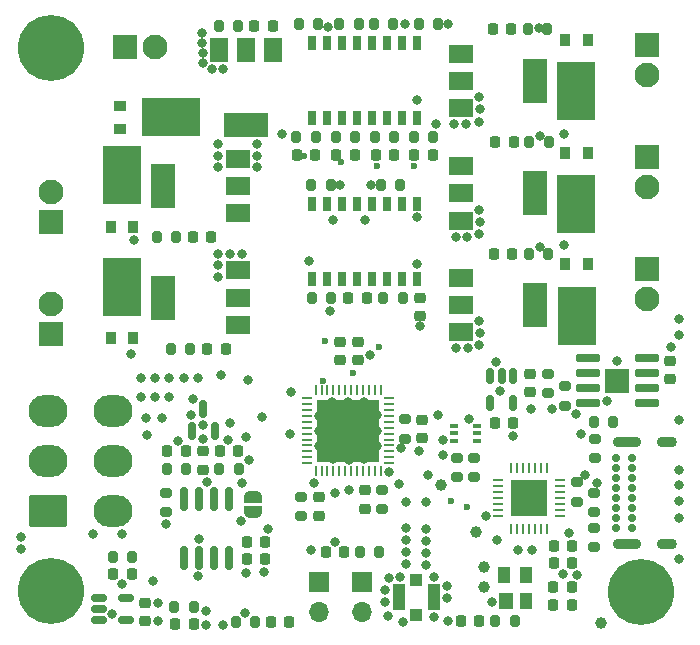
<source format=gbr>
%TF.GenerationSoftware,KiCad,Pcbnew,(6.0.1-0)*%
%TF.CreationDate,2022-08-02T20:22:24+01:00*%
%TF.ProjectId,Mainboard,4d61696e-626f-4617-9264-2e6b69636164,rev?*%
%TF.SameCoordinates,Original*%
%TF.FileFunction,Soldermask,Top*%
%TF.FilePolarity,Negative*%
%FSLAX46Y46*%
G04 Gerber Fmt 4.6, Leading zero omitted, Abs format (unit mm)*
G04 Created by KiCad (PCBNEW (6.0.1-0)) date 2022-08-02 20:22:24*
%MOMM*%
%LPD*%
G01*
G04 APERTURE LIST*
G04 Aperture macros list*
%AMRoundRect*
0 Rectangle with rounded corners*
0 $1 Rounding radius*
0 $2 $3 $4 $5 $6 $7 $8 $9 X,Y pos of 4 corners*
0 Add a 4 corners polygon primitive as box body*
4,1,4,$2,$3,$4,$5,$6,$7,$8,$9,$2,$3,0*
0 Add four circle primitives for the rounded corners*
1,1,$1+$1,$2,$3*
1,1,$1+$1,$4,$5*
1,1,$1+$1,$6,$7*
1,1,$1+$1,$8,$9*
0 Add four rect primitives between the rounded corners*
20,1,$1+$1,$2,$3,$4,$5,0*
20,1,$1+$1,$4,$5,$6,$7,0*
20,1,$1+$1,$6,$7,$8,$9,0*
20,1,$1+$1,$8,$9,$2,$3,0*%
%AMFreePoly0*
4,1,22,0.500000,-0.750000,0.000000,-0.750000,0.000000,-0.745033,-0.079941,-0.743568,-0.215256,-0.701293,-0.333266,-0.622738,-0.424486,-0.514219,-0.481581,-0.384460,-0.499164,-0.250000,-0.500000,-0.250000,-0.500000,0.250000,-0.499164,0.250000,-0.499963,0.256109,-0.478152,0.396186,-0.417904,0.524511,-0.324060,0.630769,-0.204165,0.706417,-0.067858,0.745374,0.000000,0.744959,0.000000,0.750000,
0.500000,0.750000,0.500000,-0.750000,0.500000,-0.750000,$1*%
%AMFreePoly1*
4,1,20,0.000000,0.744959,0.073905,0.744508,0.209726,0.703889,0.328688,0.626782,0.421226,0.519385,0.479903,0.390333,0.500000,0.250000,0.500000,-0.250000,0.499851,-0.262216,0.476331,-0.402017,0.414519,-0.529596,0.319384,-0.634700,0.198574,-0.708877,0.061801,-0.746166,0.000000,-0.745033,0.000000,-0.750000,-0.500000,-0.750000,-0.500000,0.750000,0.000000,0.750000,0.000000,0.744959,
0.000000,0.744959,$1*%
G04 Aperture macros list end*
%ADD10RoundRect,0.200000X-0.200000X-0.275000X0.200000X-0.275000X0.200000X0.275000X-0.200000X0.275000X0*%
%ADD11RoundRect,0.218750X-0.218750X-0.256250X0.218750X-0.256250X0.218750X0.256250X-0.218750X0.256250X0*%
%ADD12C,0.700000*%
%ADD13O,2.400000X0.900000*%
%ADD14O,1.700000X0.900000*%
%ADD15R,1.700000X1.700000*%
%ADD16O,1.700000X1.700000*%
%ADD17RoundRect,0.225000X-0.225000X-0.250000X0.225000X-0.250000X0.225000X0.250000X-0.225000X0.250000X0*%
%ADD18C,1.000000*%
%ADD19RoundRect,0.225000X0.250000X-0.225000X0.250000X0.225000X-0.250000X0.225000X-0.250000X-0.225000X0*%
%ADD20R,1.000000X1.000000*%
%ADD21R,1.050000X2.200000*%
%ADD22RoundRect,0.200000X0.275000X-0.200000X0.275000X0.200000X-0.275000X0.200000X-0.275000X-0.200000X0*%
%ADD23RoundRect,0.225000X0.225000X0.250000X-0.225000X0.250000X-0.225000X-0.250000X0.225000X-0.250000X0*%
%ADD24R,1.500000X2.000000*%
%ADD25R,3.800000X2.000000*%
%ADD26RoundRect,0.218750X0.218750X0.256250X-0.218750X0.256250X-0.218750X-0.256250X0.218750X-0.256250X0*%
%ADD27R,2.100000X2.100000*%
%ADD28C,2.100000*%
%ADD29RoundRect,0.200000X0.200000X0.275000X-0.200000X0.275000X-0.200000X-0.275000X0.200000X-0.275000X0*%
%ADD30RoundRect,0.218750X0.256250X-0.218750X0.256250X0.218750X-0.256250X0.218750X-0.256250X-0.218750X0*%
%ADD31R,2.000000X1.500000*%
%ADD32R,2.000000X3.800000*%
%ADD33R,0.800000X1.300000*%
%ADD34RoundRect,0.225000X-0.250000X0.225000X-0.250000X-0.225000X0.250000X-0.225000X0.250000X0.225000X0*%
%ADD35R,0.950000X1.000000*%
%ADD36R,3.200000X4.900000*%
%ADD37RoundRect,0.150000X0.150000X-0.587500X0.150000X0.587500X-0.150000X0.587500X-0.150000X-0.587500X0*%
%ADD38RoundRect,0.218750X-0.256250X0.218750X-0.256250X-0.218750X0.256250X-0.218750X0.256250X0.218750X0*%
%ADD39RoundRect,0.150000X-0.512500X-0.150000X0.512500X-0.150000X0.512500X0.150000X-0.512500X0.150000X0*%
%ADD40C,5.600000*%
%ADD41RoundRect,0.200000X-0.275000X0.200000X-0.275000X-0.200000X0.275000X-0.200000X0.275000X0.200000X0*%
%ADD42RoundRect,0.062500X0.337500X0.062500X-0.337500X0.062500X-0.337500X-0.062500X0.337500X-0.062500X0*%
%ADD43RoundRect,0.062500X0.062500X0.337500X-0.062500X0.337500X-0.062500X-0.337500X0.062500X-0.337500X0*%
%ADD44R,5.300000X5.300000*%
%ADD45RoundRect,0.150000X0.150000X-0.825000X0.150000X0.825000X-0.150000X0.825000X-0.150000X-0.825000X0*%
%ADD46R,0.254000X0.900000*%
%ADD47R,0.900000X0.254000*%
%ADD48R,3.100000X3.100000*%
%ADD49RoundRect,0.250001X1.399999X-1.099999X1.399999X1.099999X-1.399999X1.099999X-1.399999X-1.099999X0*%
%ADD50O,3.300000X2.700000*%
%ADD51R,1.000000X0.950000*%
%ADD52R,4.900000X3.200000*%
%ADD53R,0.650000X0.400000*%
%ADD54FreePoly0,90.000000*%
%ADD55FreePoly1,90.000000*%
%ADD56RoundRect,0.150000X-0.150000X0.512500X-0.150000X-0.512500X0.150000X-0.512500X0.150000X0.512500X0*%
%ADD57RoundRect,0.042000X0.943000X0.258000X-0.943000X0.258000X-0.943000X-0.258000X0.943000X-0.258000X0*%
%ADD58R,2.150000X2.150000*%
%ADD59R,1.200000X1.400000*%
%ADD60R,1.000000X1.400000*%
%ADD61C,0.600000*%
%ADD62C,0.800000*%
G04 APERTURE END LIST*
D10*
%TO.C,R522*%
X145425000Y-80550000D03*
X147075000Y-80550000D03*
%TD*%
%TO.C,R8*%
X126541863Y-116063272D03*
X128191863Y-116063272D03*
%TD*%
D11*
%TO.C,Firing1*%
X134562500Y-98450000D03*
X136137500Y-98450000D03*
%TD*%
D12*
%TO.C,J8*%
X169125000Y-113650000D03*
X169125000Y-112800000D03*
X169125000Y-111950000D03*
X169125000Y-111100000D03*
X169125000Y-110250000D03*
X169125000Y-109400000D03*
X169125000Y-108550000D03*
X169125000Y-107700000D03*
X170475000Y-107700000D03*
X170475000Y-108550000D03*
X170475000Y-109400000D03*
X170475000Y-110250000D03*
X170475000Y-111100000D03*
X170475000Y-111950000D03*
X170475000Y-112800000D03*
X170475000Y-113650000D03*
D13*
X170105000Y-115000000D03*
X170105000Y-106350000D03*
D14*
X173485000Y-106350000D03*
X173485000Y-115000000D03*
%TD*%
D15*
%TO.C,J10*%
X144025000Y-118200000D03*
D16*
X144025000Y-120740000D03*
%TD*%
D17*
%TO.C,C24*%
X137912779Y-116267067D03*
X139462779Y-116267067D03*
%TD*%
D18*
%TO.C,TP5*%
X157325000Y-113975000D03*
%TD*%
D10*
%TO.C,R6*%
X167275058Y-104667284D03*
X168925058Y-104667284D03*
%TD*%
D11*
%TO.C,D523*%
X145462500Y-82050000D03*
X147037500Y-82050000D03*
%TD*%
%TO.C,D543*%
X152062500Y-82050000D03*
X153637500Y-82050000D03*
%TD*%
D17*
%TO.C,C23*%
X137912779Y-114804349D03*
X139462779Y-114804349D03*
%TD*%
D19*
%TO.C,C7*%
X145820000Y-99425000D03*
X145820000Y-97875000D03*
%TD*%
D18*
%TO.C,TP2*%
X157995400Y-116940700D03*
%TD*%
D20*
%TO.C,J11*%
X152250000Y-118000000D03*
D21*
X150775000Y-119500000D03*
X153725000Y-119500000D03*
D20*
X152250000Y-121000000D03*
%TD*%
D22*
%TO.C,R4*%
X167350000Y-107725000D03*
X167350000Y-106075000D03*
%TD*%
D23*
%TO.C,C28*%
X132734569Y-107150000D03*
X131184569Y-107150000D03*
%TD*%
D24*
%TO.C,Q53*%
X140118366Y-73165295D03*
X137818366Y-73165295D03*
X135518366Y-73165295D03*
D25*
X137818366Y-79465295D03*
%TD*%
D26*
%TO.C,Firing4*%
X160287500Y-71350000D03*
X158712500Y-71350000D03*
%TD*%
D27*
%TO.C,J2*%
X121350000Y-87719898D03*
D28*
X121350000Y-85179898D03*
%TD*%
D29*
%TO.C,R523*%
X147364056Y-70941967D03*
X145714056Y-70941967D03*
%TD*%
%TO.C,R531*%
X137175000Y-71100000D03*
X135525000Y-71100000D03*
%TD*%
D10*
%TO.C,R553*%
X148670255Y-70935783D03*
X150320255Y-70935783D03*
%TD*%
D27*
%TO.C,J1*%
X121350000Y-97170000D03*
D28*
X121350000Y-94630000D03*
%TD*%
D30*
%TO.C,D563*%
X152550000Y-95697500D03*
X152550000Y-94122500D03*
%TD*%
D10*
%TO.C,R543*%
X152475000Y-70970000D03*
X154125000Y-70970000D03*
%TD*%
D26*
%TO.C,Firing5*%
X160487500Y-80950000D03*
X158912500Y-80950000D03*
%TD*%
D29*
%TO.C,R563*%
X150895000Y-84570000D03*
X149245000Y-84570000D03*
%TD*%
D15*
%TO.C,J9*%
X147637500Y-118200000D03*
D16*
X147637500Y-120740000D03*
%TD*%
D11*
%TO.C,Firing3*%
X138521506Y-71099898D03*
X140096506Y-71099898D03*
%TD*%
D26*
%TO.C,D513*%
X148037500Y-94160000D03*
X146462500Y-94160000D03*
%TD*%
D17*
%TO.C,C3*%
X139966949Y-121627127D03*
X141516949Y-121627127D03*
%TD*%
D31*
%TO.C,Q54*%
X155997263Y-73462919D03*
X155997263Y-75762919D03*
X155997263Y-78062919D03*
D32*
X162297263Y-75762919D03*
%TD*%
D29*
%TO.C,R7*%
X160602478Y-121499826D03*
X158952478Y-121499826D03*
%TD*%
D33*
%TO.C,U1*%
X152310000Y-72600000D03*
X151030000Y-72600000D03*
X149770000Y-72600000D03*
X148500000Y-72600000D03*
X147220000Y-72600000D03*
X145950000Y-72600000D03*
X144690000Y-72600000D03*
X143410000Y-72600000D03*
X143410000Y-78900000D03*
X144690000Y-78900000D03*
X145950000Y-78900000D03*
X147220000Y-78900000D03*
X148500000Y-78900000D03*
X149770000Y-78900000D03*
X151030000Y-78900000D03*
X152310000Y-78900000D03*
%TD*%
D27*
%TO.C,J3*%
X127555102Y-72866006D03*
D28*
X130095102Y-72866006D03*
%TD*%
D34*
%TO.C,C4*%
X129295916Y-119946021D03*
X129295916Y-121496021D03*
%TD*%
D19*
%TO.C,C17*%
X161918620Y-102151736D03*
X161918620Y-100601736D03*
%TD*%
%TO.C,C27*%
X134175000Y-108675000D03*
X134175000Y-107125000D03*
%TD*%
D34*
%TO.C,C6*%
X173725000Y-99450000D03*
X173725000Y-101000000D03*
%TD*%
D35*
%TO.C,D562*%
X164854899Y-91299999D03*
X166794899Y-91299999D03*
D36*
X165824899Y-95649999D03*
%TD*%
D37*
%TO.C,D7*%
X133275000Y-105437500D03*
X135175000Y-105437500D03*
X134225000Y-103562500D03*
%TD*%
D38*
%TO.C,D1*%
X147875000Y-110437500D03*
X147875000Y-112012500D03*
%TD*%
D39*
%TO.C,U2*%
X125362500Y-119550000D03*
X125362500Y-120500000D03*
X125362500Y-121450000D03*
X127637500Y-121450000D03*
X127637500Y-119550000D03*
%TD*%
D18*
%TO.C,TP4*%
X154319600Y-110009300D03*
%TD*%
D31*
%TO.C,Q55*%
X156013921Y-83000765D03*
X156013921Y-85300765D03*
X156013921Y-87600765D03*
D32*
X162313921Y-85300765D03*
%TD*%
D40*
%TO.C,H3*%
X121310400Y-118986300D03*
%TD*%
D29*
%TO.C,R511*%
X133125000Y-98450000D03*
X131475000Y-98450000D03*
%TD*%
D22*
%TO.C,R14*%
X151300000Y-106075000D03*
X151300000Y-104425000D03*
%TD*%
D40*
%TO.C,H2*%
X171310400Y-119030000D03*
%TD*%
D41*
%TO.C,R11*%
X157169600Y-107659300D03*
X157169600Y-109309300D03*
%TD*%
D23*
%TO.C,C20*%
X165419600Y-120158700D03*
X163869600Y-120158700D03*
%TD*%
%TO.C,C25*%
X165419600Y-118609300D03*
X163869600Y-118609300D03*
%TD*%
D10*
%TO.C,R562*%
X149475000Y-94160000D03*
X151125000Y-94160000D03*
%TD*%
D42*
%TO.C,GND1*%
X149931800Y-108134600D03*
X149931800Y-107634600D03*
X149931800Y-107134600D03*
X149931800Y-106634600D03*
X149931800Y-106134600D03*
X149931800Y-105634600D03*
X149931800Y-105134600D03*
X149931800Y-104634600D03*
X149931800Y-104134600D03*
X149931800Y-103634600D03*
X149931800Y-103134600D03*
X149931800Y-102634600D03*
D43*
X149231800Y-101934600D03*
X148731800Y-101934600D03*
X148231800Y-101934600D03*
X147731800Y-101934600D03*
X147231800Y-101934600D03*
X146731800Y-101934600D03*
X146231800Y-101934600D03*
X145731800Y-101934600D03*
X145231800Y-101934600D03*
X144731800Y-101934600D03*
X144231800Y-101934600D03*
X143731800Y-101934600D03*
D42*
X143031800Y-102634600D03*
X143031800Y-103134600D03*
X143031800Y-103634600D03*
X143031800Y-104134600D03*
X143031800Y-104634600D03*
X143031800Y-105134600D03*
X143031800Y-105634600D03*
X143031800Y-106134600D03*
X143031800Y-106634600D03*
X143031800Y-107134600D03*
X143031800Y-107634600D03*
X143031800Y-108134600D03*
D43*
X143731800Y-108834600D03*
X144231800Y-108834600D03*
X144731800Y-108834600D03*
X145231800Y-108834600D03*
X145731800Y-108834600D03*
X146231800Y-108834600D03*
X146731800Y-108834600D03*
X147231800Y-108834600D03*
X147731800Y-108834600D03*
X148231800Y-108834600D03*
X148731800Y-108834600D03*
X149231800Y-108834600D03*
D44*
X146481800Y-105384600D03*
%TD*%
D45*
%TO.C,U5*%
X132600696Y-116150000D03*
X133870696Y-116150000D03*
X135140696Y-116150000D03*
X136410696Y-116150000D03*
X136410696Y-111200000D03*
X135140696Y-111200000D03*
X133870696Y-111200000D03*
X132600696Y-111200000D03*
%TD*%
D35*
%TO.C,D522*%
X128308100Y-88125000D03*
X126368100Y-88125000D03*
D36*
X127338100Y-83775000D03*
%TD*%
D27*
%TO.C,J6*%
X171812999Y-91705101D03*
D28*
X171812999Y-94245101D03*
%TD*%
D46*
%TO.C,U6*%
X160300000Y-113690000D03*
X160800000Y-113690000D03*
X161300000Y-113690000D03*
X161800000Y-113690000D03*
X162300000Y-113690000D03*
X162800000Y-113690000D03*
X163300000Y-113690000D03*
D47*
X164390000Y-112600000D03*
X164390000Y-112100000D03*
X164390000Y-111600000D03*
X164390000Y-111100000D03*
X164390000Y-110600000D03*
X164390000Y-110100000D03*
X164390000Y-109600000D03*
D46*
X163300000Y-108510000D03*
X162800000Y-108510000D03*
X162300000Y-108510000D03*
X161800000Y-108510000D03*
X161300000Y-108510000D03*
X160800000Y-108510000D03*
X160300000Y-108510000D03*
D47*
X159210000Y-109600000D03*
X159210000Y-110100000D03*
X159210000Y-110600000D03*
X159210000Y-111100000D03*
X159210000Y-111600000D03*
X159210000Y-112100000D03*
X159210000Y-112600000D03*
D48*
X161800000Y-111100000D03*
%TD*%
D41*
%TO.C,R5*%
X155694600Y-107659300D03*
X155694600Y-109309300D03*
%TD*%
D11*
%TO.C,D553*%
X148812500Y-82050000D03*
X150387500Y-82050000D03*
%TD*%
D29*
%TO.C,R521*%
X131925000Y-89000000D03*
X130275000Y-89000000D03*
%TD*%
D49*
%TO.C,J7*%
X121100000Y-112150000D03*
D50*
X121100000Y-107950000D03*
X121100000Y-103750000D03*
X126600000Y-112150000D03*
X126600000Y-107950000D03*
X126600000Y-103750000D03*
%TD*%
D17*
%TO.C,C29*%
X135609189Y-107149061D03*
X137159189Y-107149061D03*
%TD*%
D31*
%TO.C,Q51*%
X137133342Y-96412154D03*
X137133342Y-94112154D03*
X137133342Y-91812154D03*
D32*
X130833342Y-94112154D03*
%TD*%
D34*
%TO.C,C2*%
X152757010Y-104475000D03*
X152757010Y-106025000D03*
%TD*%
D11*
%TO.C,D533*%
X142112500Y-82050000D03*
X143687500Y-82050000D03*
%TD*%
D41*
%TO.C,R23*%
X165844600Y-109759300D03*
X165844600Y-111409300D03*
%TD*%
D10*
%TO.C,R533*%
X142305000Y-70960000D03*
X143955000Y-70960000D03*
%TD*%
%TO.C,R561*%
X161775000Y-90400000D03*
X163425000Y-90400000D03*
%TD*%
D31*
%TO.C,Q52*%
X137133342Y-86962052D03*
X137133342Y-84662052D03*
X137133342Y-82362052D03*
D32*
X130833342Y-84662052D03*
%TD*%
D11*
%TO.C,D5*%
X126577579Y-117515079D03*
X128152579Y-117515079D03*
%TD*%
D23*
%TO.C,C1*%
X146125000Y-115675000D03*
X144575000Y-115675000D03*
%TD*%
D51*
%TO.C,D532*%
X127150000Y-79824106D03*
X127150000Y-77884106D03*
D52*
X131500000Y-78854106D03*
%TD*%
D10*
%TO.C,R21*%
X135556848Y-108604971D03*
X137206848Y-108604971D03*
%TD*%
D26*
%TO.C,Firing6*%
X158812500Y-90400000D03*
X160387500Y-90400000D03*
%TD*%
D53*
%TO.C,Q1*%
X157369600Y-106259300D03*
X157369600Y-105609300D03*
X157369600Y-104959300D03*
X155469600Y-104959300D03*
X155469600Y-105609300D03*
X155469600Y-106259300D03*
%TD*%
D11*
%TO.C,Firing2*%
X133312500Y-89000000D03*
X134887500Y-89000000D03*
%TD*%
D23*
%TO.C,C26*%
X165439642Y-116622142D03*
X163889642Y-116622142D03*
%TD*%
D10*
%TO.C,R513*%
X143365000Y-84560000D03*
X145015000Y-84560000D03*
%TD*%
%TO.C,R541*%
X163325000Y-71350000D03*
X161675000Y-71350000D03*
%TD*%
D23*
%TO.C,C22*%
X165444600Y-115159300D03*
X163894600Y-115159300D03*
%TD*%
D10*
%TO.C,R16*%
X136956949Y-121627127D03*
X138606949Y-121627127D03*
%TD*%
D41*
%TO.C,R10*%
X163375000Y-100550000D03*
X163375000Y-102200000D03*
%TD*%
D11*
%TO.C,D6*%
X156022500Y-121500000D03*
X157597500Y-121500000D03*
%TD*%
D10*
%TO.C,R552*%
X148725000Y-80550000D03*
X150375000Y-80550000D03*
%TD*%
D54*
%TO.C,JP1*%
X138457290Y-112269366D03*
D55*
X138457290Y-110969366D03*
%TD*%
D33*
%TO.C,UF2*%
X152320000Y-86220000D03*
X151040000Y-86220000D03*
X149780000Y-86220000D03*
X148510000Y-86220000D03*
X147230000Y-86220000D03*
X145960000Y-86220000D03*
X144700000Y-86220000D03*
X143420000Y-86220000D03*
X143420000Y-92520000D03*
X144700000Y-92520000D03*
X145960000Y-92520000D03*
X147230000Y-92520000D03*
X148510000Y-92520000D03*
X149780000Y-92520000D03*
X151040000Y-92520000D03*
X152320000Y-92520000D03*
%TD*%
D41*
%TO.C,R22*%
X167319600Y-110659300D03*
X167319600Y-112309300D03*
%TD*%
D35*
%TO.C,D542*%
X164822505Y-72299971D03*
X166762505Y-72299971D03*
D36*
X165792505Y-76649971D03*
%TD*%
D11*
%TO.C,D3*%
X131815344Y-121756285D03*
X133390344Y-121756285D03*
%TD*%
D10*
%TO.C,R532*%
X142075000Y-80550000D03*
X143725000Y-80550000D03*
%TD*%
%TO.C,R512*%
X143415000Y-94150000D03*
X145065000Y-94150000D03*
%TD*%
D35*
%TO.C,D512*%
X128308100Y-97575102D03*
X126368100Y-97575102D03*
D36*
X127338100Y-93225102D03*
%TD*%
D41*
%TO.C,R12*%
X164841618Y-101627616D03*
X164841618Y-103277616D03*
%TD*%
D10*
%TO.C,R551*%
X161800000Y-80950000D03*
X163450000Y-80950000D03*
%TD*%
D41*
%TO.C,R2*%
X142525200Y-110974500D03*
X142525200Y-112624500D03*
%TD*%
D56*
%TO.C,U4*%
X160433705Y-100792863D03*
X159483705Y-100792863D03*
X158533705Y-100792863D03*
X158533705Y-103067863D03*
X160433705Y-103067863D03*
%TD*%
D41*
%TO.C,R18*%
X131080696Y-110625000D03*
X131080696Y-112275000D03*
%TD*%
D10*
%TO.C,R542*%
X152025000Y-80550000D03*
X153675000Y-80550000D03*
%TD*%
D23*
%TO.C,C19*%
X160478858Y-104709700D03*
X158928858Y-104709700D03*
%TD*%
D41*
%TO.C,R1*%
X149331989Y-110401242D03*
X149331989Y-112051242D03*
%TD*%
D35*
%TO.C,D552*%
X164839163Y-81837817D03*
X166779163Y-81837817D03*
D36*
X165809163Y-86187817D03*
%TD*%
D40*
%TO.C,H1*%
X121310400Y-72986900D03*
%TD*%
D29*
%TO.C,R13*%
X149125000Y-115675000D03*
X147475000Y-115675000D03*
%TD*%
D38*
%TO.C,D2*%
X143985347Y-111012089D03*
X143985347Y-112587089D03*
%TD*%
D10*
%TO.C,R20*%
X131135252Y-108607270D03*
X132785252Y-108607270D03*
%TD*%
D18*
%TO.C,TP3*%
X167890000Y-121680000D03*
%TD*%
D22*
%TO.C,R19*%
X167319600Y-115259300D03*
X167319600Y-113609300D03*
%TD*%
D18*
%TO.C,TP1*%
X158015400Y-118580700D03*
%TD*%
D27*
%TO.C,J5*%
X171797263Y-82242919D03*
D28*
X171797263Y-84782919D03*
%TD*%
D31*
%TO.C,Q56*%
X156029657Y-92462947D03*
X156029657Y-94762947D03*
X156029657Y-97062947D03*
D32*
X162329657Y-94762947D03*
%TD*%
D57*
%TO.C,U3*%
X171755000Y-103080000D03*
X171755000Y-101810000D03*
X171755000Y-100540000D03*
X171755000Y-99270000D03*
X166815000Y-99270000D03*
X166815000Y-100540000D03*
X166815000Y-101810000D03*
X166815000Y-103080000D03*
D58*
X169285000Y-101175000D03*
%TD*%
D19*
%TO.C,C5*%
X147280269Y-99425000D03*
X147280269Y-97875000D03*
%TD*%
D27*
%TO.C,J4*%
X171780605Y-72705073D03*
D28*
X171780605Y-75245073D03*
%TD*%
D29*
%TO.C,R3*%
X133425000Y-120300000D03*
X131775000Y-120300000D03*
%TD*%
D59*
%TO.C,D4*%
X159840000Y-119820000D03*
D60*
X161560000Y-119820000D03*
X161560000Y-117620000D03*
X159660000Y-117620000D03*
%TD*%
D61*
X142750500Y-82100000D03*
X152100000Y-83000000D03*
X148950000Y-82950000D03*
X145850000Y-82624540D03*
D62*
X162674500Y-71300000D03*
X162715412Y-89823351D03*
X162755517Y-80413475D03*
X152600000Y-96550000D03*
X158119600Y-112609300D03*
X154550000Y-107430000D03*
X160860000Y-115510000D03*
X162075500Y-115500000D03*
X155600000Y-98425000D03*
X169285000Y-99475000D03*
X151400000Y-115650000D03*
X135500000Y-91400000D03*
X155475000Y-79425000D03*
X129430000Y-105790000D03*
X147810000Y-107810000D03*
X156575000Y-88950000D03*
X157525000Y-79225000D03*
X138800000Y-82100000D03*
X145800000Y-84560000D03*
X145140000Y-106740000D03*
X131310000Y-102510000D03*
X139160000Y-104240000D03*
X144050000Y-104130000D03*
X133750000Y-100950000D03*
X138040000Y-101090000D03*
X154900000Y-70950000D03*
X128940000Y-100940000D03*
X157575000Y-77125000D03*
X146480000Y-106750000D03*
X158990000Y-99600000D03*
X150900000Y-117800000D03*
X154930000Y-121500000D03*
X135750000Y-100660000D03*
X155575000Y-88950000D03*
X157625000Y-97125000D03*
X157525000Y-88700000D03*
X174500000Y-104480000D03*
X139690000Y-113710000D03*
X165830000Y-117600000D03*
X138090000Y-107880000D03*
X147790000Y-104060000D03*
X154850000Y-118550000D03*
X152500000Y-107080000D03*
X143190000Y-91050000D03*
X134200000Y-74250000D03*
X149910000Y-117900000D03*
X159330000Y-102040000D03*
X135500000Y-92350000D03*
X139380000Y-117340000D03*
X134225000Y-104900000D03*
X132550000Y-100940000D03*
X149640000Y-119860000D03*
D61*
X149080000Y-98290000D03*
D62*
X131075000Y-113300000D03*
X126480000Y-120910000D03*
X138800000Y-83100000D03*
X153240000Y-109130000D03*
X151400000Y-114640000D03*
X149840000Y-121050000D03*
X136500000Y-90450000D03*
X174510000Y-110010000D03*
X165768336Y-103997683D03*
X141660000Y-102120000D03*
X161990000Y-103560000D03*
X153080000Y-111400000D03*
X153770000Y-121200000D03*
X141550000Y-105650000D03*
X138780000Y-81150000D03*
X133850000Y-114550000D03*
X153770000Y-117800000D03*
X153090000Y-116740000D03*
X136291979Y-106207410D03*
X134200000Y-73400000D03*
X144040000Y-106710000D03*
X148930000Y-106720000D03*
X146490000Y-102930000D03*
X136480000Y-104710000D03*
X163750000Y-103525000D03*
X147840000Y-102950000D03*
X118820000Y-115430000D03*
X124840000Y-114150000D03*
X151325000Y-70925000D03*
X147880000Y-87550000D03*
X156500000Y-79425000D03*
X153080000Y-114730000D03*
X157600000Y-96125000D03*
X151400000Y-113630000D03*
X147790000Y-106760000D03*
X137521497Y-90454243D03*
X135483380Y-90450000D03*
X137530000Y-109810000D03*
X174510000Y-108730000D03*
X133750000Y-117725000D03*
X129950000Y-118125000D03*
X151150000Y-121610000D03*
X130100000Y-102500000D03*
X130760000Y-104300000D03*
X145160000Y-107820000D03*
X158650000Y-119920000D03*
X135450000Y-82150000D03*
X134480000Y-121820000D03*
X148940000Y-105410000D03*
X157600000Y-86700000D03*
X135450000Y-81150000D03*
X174510000Y-97250000D03*
X127350000Y-114140000D03*
X118820000Y-114420000D03*
X145160000Y-104070000D03*
X134950000Y-74800000D03*
X151400000Y-116660000D03*
X174510000Y-111320000D03*
X153080000Y-113730000D03*
X130140000Y-100950000D03*
X157625000Y-87700000D03*
X130384704Y-121490837D03*
X133375000Y-102675000D03*
X168435000Y-102875000D03*
X151410000Y-111400000D03*
X154850000Y-119550000D03*
X134150000Y-72550000D03*
D61*
X144560000Y-97800000D03*
D62*
X132050000Y-106225000D03*
X174510000Y-116260000D03*
X146530000Y-107830000D03*
X135870000Y-121820000D03*
X145150000Y-102960000D03*
X127360625Y-118375990D03*
X144020000Y-105380000D03*
X149640000Y-118860000D03*
X144920000Y-95250000D03*
X173850000Y-98320000D03*
X129360000Y-104300000D03*
X128910000Y-102500000D03*
X133140000Y-104090000D03*
X148930000Y-104060000D03*
X146460000Y-104080000D03*
X165170000Y-114050000D03*
X144800000Y-71175000D03*
X166220000Y-105670000D03*
X145350000Y-114775000D03*
X156600000Y-98425000D03*
X145150000Y-105420000D03*
X167570000Y-109810000D03*
X157550000Y-98125000D03*
X174510000Y-112790000D03*
X174500000Y-95950000D03*
X143350000Y-115525000D03*
X157625000Y-78175000D03*
X134150000Y-71700000D03*
X134200000Y-106080000D03*
D61*
X146856300Y-100500000D03*
D62*
X137810000Y-105890000D03*
X159060000Y-114650000D03*
X153080000Y-115740000D03*
X135850000Y-74750000D03*
X135450000Y-83100000D03*
X148450000Y-84560000D03*
X146500000Y-105420000D03*
X134470000Y-120670000D03*
X131330000Y-100950000D03*
X147790000Y-105430000D03*
X128100000Y-98860000D03*
X145200000Y-87550000D03*
X149956300Y-108875000D03*
X152300000Y-91250000D03*
X166544600Y-109109300D03*
X148350000Y-99000000D03*
X143600000Y-109825000D03*
X137875000Y-117400000D03*
X164660715Y-117508268D03*
X130362904Y-119940837D03*
X151000000Y-106875000D03*
X152350000Y-77350000D03*
X160433705Y-105817863D03*
X153900500Y-79400000D03*
X164750000Y-80300000D03*
X137400000Y-113030000D03*
X134500000Y-109725000D03*
X154500000Y-106175000D03*
X154050000Y-104100000D03*
X150790000Y-109880000D03*
X156675000Y-104375000D03*
D61*
X144313912Y-101161734D03*
D62*
X137769159Y-120832708D03*
D61*
X156550000Y-111850000D03*
D62*
X145375000Y-110650000D03*
X146575000Y-110425000D03*
D61*
X155220000Y-111360000D03*
D62*
X140850000Y-80250000D03*
X128350000Y-89260000D03*
X152325000Y-87275000D03*
X164800000Y-89650000D03*
M02*

</source>
